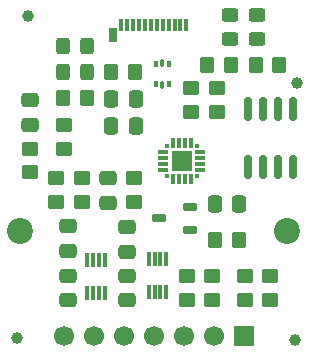
<source format=gbr>
%TF.GenerationSoftware,KiCad,Pcbnew,9.0.4*%
%TF.CreationDate,2025-09-03T14:58:50+05:30*%
%TF.ProjectId,usb-c serieal kicad,7573622d-6320-4736-9572-6965616c206b,rev?*%
%TF.SameCoordinates,Original*%
%TF.FileFunction,Soldermask,Top*%
%TF.FilePolarity,Negative*%
%FSLAX46Y46*%
G04 Gerber Fmt 4.6, Leading zero omitted, Abs format (unit mm)*
G04 Created by KiCad (PCBNEW 9.0.4) date 2025-09-03 14:58:50*
%MOMM*%
%LPD*%
G01*
G04 APERTURE LIST*
G04 Aperture macros list*
%AMRoundRect*
0 Rectangle with rounded corners*
0 $1 Rounding radius*
0 $2 $3 $4 $5 $6 $7 $8 $9 X,Y pos of 4 corners*
0 Add a 4 corners polygon primitive as box body*
4,1,4,$2,$3,$4,$5,$6,$7,$8,$9,$2,$3,0*
0 Add four circle primitives for the rounded corners*
1,1,$1+$1,$2,$3*
1,1,$1+$1,$4,$5*
1,1,$1+$1,$6,$7*
1,1,$1+$1,$8,$9*
0 Add four rect primitives between the rounded corners*
20,1,$1+$1,$2,$3,$4,$5,0*
20,1,$1+$1,$4,$5,$6,$7,0*
20,1,$1+$1,$6,$7,$8,$9,0*
20,1,$1+$1,$8,$9,$2,$3,0*%
G04 Aperture macros list end*
%ADD10R,0.700000X1.150000*%
%ADD11R,0.380000X1.000000*%
%ADD12RoundRect,0.250000X0.450000X-0.325000X0.450000X0.325000X-0.450000X0.325000X-0.450000X-0.325000X0*%
%ADD13RoundRect,0.250000X0.325000X0.450000X-0.325000X0.450000X-0.325000X-0.450000X0.325000X-0.450000X0*%
%ADD14RoundRect,0.250000X-0.475000X0.337500X-0.475000X-0.337500X0.475000X-0.337500X0.475000X0.337500X0*%
%ADD15RoundRect,0.250000X-0.450000X0.350000X-0.450000X-0.350000X0.450000X-0.350000X0.450000X0.350000X0*%
%ADD16RoundRect,0.250000X0.475000X-0.337500X0.475000X0.337500X-0.475000X0.337500X-0.475000X-0.337500X0*%
%ADD17C,1.000000*%
%ADD18RoundRect,0.087500X0.087500X-0.537500X0.087500X0.537500X-0.087500X0.537500X-0.087500X-0.537500X0*%
%ADD19RoundRect,0.250000X0.450000X-0.350000X0.450000X0.350000X-0.450000X0.350000X-0.450000X-0.350000X0*%
%ADD20C,2.200000*%
%ADD21RoundRect,0.250000X-0.350000X-0.450000X0.350000X-0.450000X0.350000X0.450000X-0.350000X0.450000X0*%
%ADD22RoundRect,0.250000X0.337500X0.475000X-0.337500X0.475000X-0.337500X-0.475000X0.337500X-0.475000X0*%
%ADD23R,1.700000X1.700000*%
%ADD24C,1.700000*%
%ADD25RoundRect,0.250000X0.350000X0.450000X-0.350000X0.450000X-0.350000X-0.450000X0.350000X-0.450000X0*%
%ADD26RoundRect,0.150000X-0.150000X0.825000X-0.150000X-0.825000X0.150000X-0.825000X0.150000X0.825000X0*%
%ADD27RoundRect,0.250000X-0.337500X-0.475000X0.337500X-0.475000X0.337500X0.475000X-0.337500X0.475000X0*%
%ADD28RoundRect,0.093750X-0.093750X0.156250X-0.093750X-0.156250X0.093750X-0.156250X0.093750X0.156250X0*%
%ADD29RoundRect,0.075000X-0.075000X0.250000X-0.075000X-0.250000X0.075000X-0.250000X0.075000X0.250000X0*%
%ADD30RoundRect,0.162500X0.447500X0.162500X-0.447500X0.162500X-0.447500X-0.162500X0.447500X-0.162500X0*%
%ADD31R,0.300000X0.300000*%
%ADD32R,0.300000X0.900000*%
%ADD33R,0.900000X0.300000*%
%ADD34R,1.800000X1.800000*%
G04 APERTURE END LIST*
D10*
%TO.C,P1*%
X129967868Y-121967868D03*
D11*
X136137868Y-121127868D03*
X135637868Y-121127868D03*
X135137868Y-121127868D03*
X134637868Y-121127868D03*
X134137868Y-121127868D03*
X133637868Y-121127868D03*
X133137868Y-121127868D03*
X132637868Y-121127868D03*
X132137868Y-121127868D03*
X131637868Y-121127868D03*
X131137868Y-121127868D03*
X130637868Y-121127868D03*
%TD*%
D12*
%TO.C,LED2*%
X139800000Y-122325000D03*
X139800000Y-120275000D03*
%TD*%
D13*
%TO.C,LED1*%
X127725000Y-125100000D03*
X125675000Y-125100000D03*
%TD*%
D14*
%TO.C,C2*%
X126100000Y-138162500D03*
X126100000Y-140237500D03*
%TD*%
D15*
%TO.C,R13*%
X122900000Y-131600000D03*
X122900000Y-133600000D03*
%TD*%
D16*
%TO.C,C7*%
X129500000Y-136165000D03*
X129500000Y-134090000D03*
%TD*%
D17*
%TO.C,FID3*%
X121800000Y-147600000D03*
%TD*%
D18*
%TO.C,U4*%
X132950000Y-143730000D03*
X133450000Y-143730000D03*
X133950000Y-143730000D03*
X134450000Y-143730000D03*
X134450000Y-140930000D03*
X133950000Y-140930000D03*
X133450000Y-140930000D03*
X132950000Y-140930000D03*
%TD*%
D19*
%TO.C,R2*%
X143200000Y-144400000D03*
X143200000Y-142400000D03*
%TD*%
%TO.C,R12*%
X125800000Y-131600000D03*
X125800000Y-129600000D03*
%TD*%
D20*
%TO.C,H2*%
X144687868Y-138587868D03*
%TD*%
%TO.C,H1*%
X122087868Y-138587868D03*
%TD*%
D12*
%TO.C,LED3*%
X142100000Y-122325000D03*
X142100000Y-120275000D03*
%TD*%
D21*
%TO.C,R10*%
X137900000Y-124500000D03*
X139900000Y-124500000D03*
%TD*%
D22*
%TO.C,C8*%
X131837500Y-127400000D03*
X129762500Y-127400000D03*
%TD*%
D17*
%TO.C,FID4*%
X145300000Y-147800000D03*
%TD*%
D23*
%TO.C,J1*%
X141012868Y-147500000D03*
D24*
X138472868Y-147500000D03*
X135932868Y-147500000D03*
X133392868Y-147500000D03*
X130852868Y-147500000D03*
X128312868Y-147500000D03*
X125772868Y-147500000D03*
%TD*%
D16*
%TO.C,C4*%
X131100000Y-144452500D03*
X131100000Y-142377500D03*
%TD*%
D19*
%TO.C,R16*%
X138700000Y-128500000D03*
X138700000Y-126500000D03*
%TD*%
%TO.C,R15*%
X136500000Y-128500000D03*
X136500000Y-126500000D03*
%TD*%
D16*
%TO.C,C6*%
X122900000Y-129600000D03*
X122900000Y-127512500D03*
%TD*%
D13*
%TO.C,L1*%
X127725000Y-122902531D03*
X125675000Y-122902531D03*
%TD*%
D15*
%TO.C,R14*%
X131700000Y-134097500D03*
X131700000Y-136097500D03*
%TD*%
D25*
%TO.C,R3*%
X140600000Y-139300000D03*
X138600000Y-139300000D03*
%TD*%
D26*
%TO.C,U2*%
X145205000Y-128225000D03*
X143935000Y-128225000D03*
X142665000Y-128225000D03*
X141395000Y-128225000D03*
X141395000Y-133175000D03*
X142665000Y-133175000D03*
X143935000Y-133175000D03*
X145205000Y-133175000D03*
%TD*%
D19*
%TO.C,R5*%
X141100000Y-144400000D03*
X141100000Y-142400000D03*
%TD*%
D22*
%TO.C,C9*%
X131837500Y-129700000D03*
X129762500Y-129700000D03*
%TD*%
D19*
%TO.C,R8*%
X127300000Y-136097500D03*
X127300000Y-134097500D03*
%TD*%
D14*
%TO.C,C5*%
X131100000Y-138262500D03*
X131100000Y-140337500D03*
%TD*%
D17*
%TO.C,FID2*%
X145500000Y-126000000D03*
%TD*%
D18*
%TO.C,U3*%
X127750000Y-143815000D03*
X128250000Y-143815000D03*
X128750000Y-143815000D03*
X129250000Y-143815000D03*
X129250000Y-141015000D03*
X128750000Y-141015000D03*
X128250000Y-141015000D03*
X127750000Y-141015000D03*
%TD*%
D27*
%TO.C,C1*%
X138562500Y-136300000D03*
X140637500Y-136300000D03*
%TD*%
D28*
%TO.C,U1*%
X134637500Y-124450000D03*
D29*
X134100000Y-124375000D03*
D28*
X133562500Y-124450000D03*
X133562500Y-126150000D03*
D29*
X134100000Y-126225000D03*
D28*
X134637500Y-126150000D03*
%TD*%
D25*
%TO.C,R11*%
X144000000Y-124500000D03*
X142000000Y-124500000D03*
%TD*%
D19*
%TO.C,R7*%
X136200000Y-144400000D03*
X136200000Y-142400000D03*
%TD*%
%TO.C,R4*%
X138300000Y-144400000D03*
X138300000Y-142400000D03*
%TD*%
%TO.C,R6*%
X125100000Y-136097500D03*
X125100000Y-134097500D03*
%TD*%
D17*
%TO.C,FID1*%
X122700000Y-120400000D03*
%TD*%
D30*
%TO.C,T1*%
X136410000Y-138450000D03*
X136410000Y-136550000D03*
X133790000Y-137500000D03*
%TD*%
D16*
%TO.C,C3*%
X126100000Y-144437500D03*
X126100000Y-142362500D03*
%TD*%
D25*
%TO.C,R9*%
X127700000Y-127300000D03*
X125700000Y-127300000D03*
%TD*%
D31*
%TO.C,U5*%
X137000000Y-131400000D03*
D32*
X136500000Y-131100000D03*
X136000000Y-131100000D03*
X135500000Y-131100000D03*
X135000000Y-131100000D03*
D31*
X134500000Y-131400000D03*
D33*
X134200000Y-131900000D03*
X134200000Y-132400000D03*
X134200000Y-132900000D03*
X134200000Y-133400000D03*
D31*
X134500000Y-133900000D03*
D32*
X135000000Y-134200000D03*
X135500000Y-134200000D03*
X136000000Y-134200000D03*
X136500000Y-134200000D03*
D31*
X137000000Y-133900000D03*
D33*
X137300000Y-133400000D03*
X137300000Y-132900000D03*
X137300000Y-132400000D03*
X137300000Y-131900000D03*
D34*
X135750000Y-132650000D03*
%TD*%
D25*
%TO.C,R1*%
X131800000Y-125100000D03*
X129800000Y-125100000D03*
%TD*%
M02*

</source>
